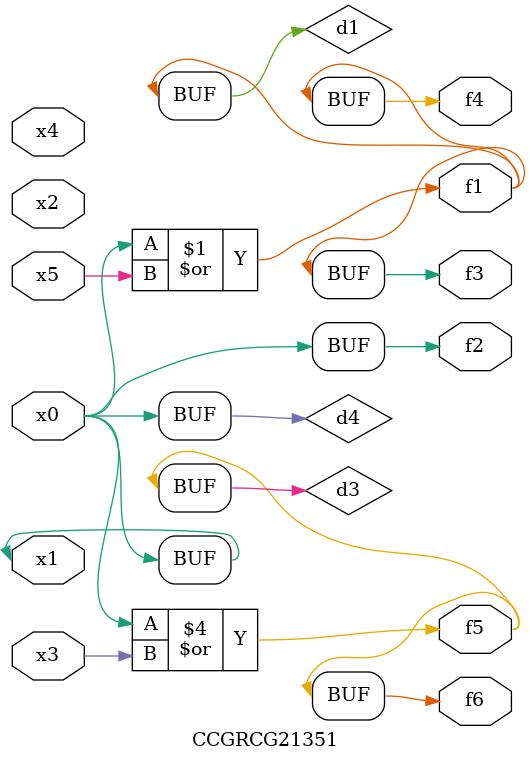
<source format=v>
module CCGRCG21351(
	input x0, x1, x2, x3, x4, x5,
	output f1, f2, f3, f4, f5, f6
);

	wire d1, d2, d3, d4;

	or (d1, x0, x5);
	xnor (d2, x1, x4);
	or (d3, x0, x3);
	buf (d4, x0, x1);
	assign f1 = d1;
	assign f2 = d4;
	assign f3 = d1;
	assign f4 = d1;
	assign f5 = d3;
	assign f6 = d3;
endmodule

</source>
